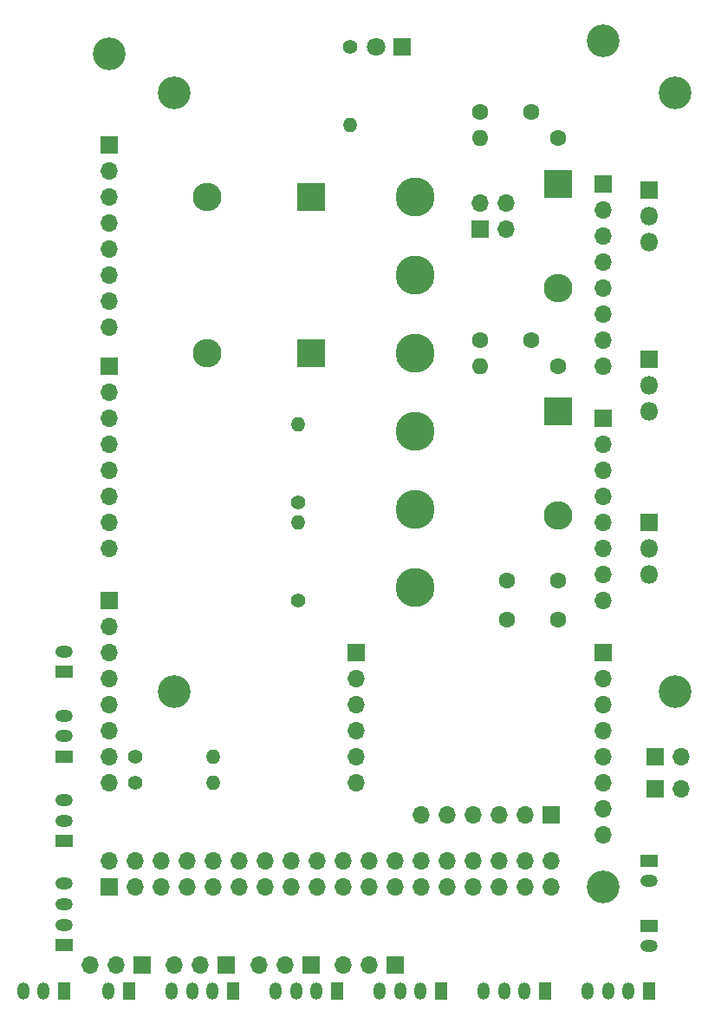
<source format=gbr>
G04 #@! TF.FileFunction,Soldermask,Top*
%FSLAX46Y46*%
G04 Gerber Fmt 4.6, Leading zero omitted, Abs format (unit mm)*
G04 Created by KiCad (PCBNEW 4.0.7) date 06/01/18 16:36:31*
%MOMM*%
%LPD*%
G01*
G04 APERTURE LIST*
%ADD10C,0.100000*%
%ADD11R,1.800000X1.800000*%
%ADD12C,1.800000*%
%ADD13R,1.700000X1.700000*%
%ADD14O,1.700000X1.700000*%
%ADD15R,1.200000X1.700000*%
%ADD16O,1.200000X1.700000*%
%ADD17R,1.700000X1.200000*%
%ADD18O,1.700000X1.200000*%
%ADD19C,1.400000*%
%ADD20O,1.400000X1.400000*%
%ADD21O,1.800000X1.800000*%
%ADD22C,1.600000*%
%ADD23C,3.200000*%
%ADD24R,2.800000X2.800000*%
%ADD25O,2.800000X2.800000*%
%ADD26C,3.810000*%
%ADD27O,1.600000X1.600000*%
G04 APERTURE END LIST*
D10*
D11*
X157480000Y-55245000D03*
D12*
X154940000Y-55245000D03*
D13*
X156845000Y-144780000D03*
D14*
X154305000Y-144780000D03*
X151765000Y-144780000D03*
D13*
X148590000Y-144780000D03*
D14*
X146050000Y-144780000D03*
X143510000Y-144780000D03*
D13*
X140335000Y-144780000D03*
D14*
X137795000Y-144780000D03*
X135255000Y-144780000D03*
D13*
X132080000Y-144780000D03*
D14*
X129540000Y-144780000D03*
X127000000Y-144780000D03*
D15*
X161290000Y-147320000D03*
D16*
X159290000Y-147320000D03*
X157290000Y-147320000D03*
X155290000Y-147320000D03*
D15*
X171450000Y-147320000D03*
D16*
X169450000Y-147320000D03*
X167450000Y-147320000D03*
X165450000Y-147320000D03*
D15*
X181610000Y-147320000D03*
D16*
X179610000Y-147320000D03*
X177610000Y-147320000D03*
X175610000Y-147320000D03*
D15*
X151130000Y-147320000D03*
D16*
X149130000Y-147320000D03*
X147130000Y-147320000D03*
X145130000Y-147320000D03*
D15*
X124460000Y-147320000D03*
D16*
X122460000Y-147320000D03*
X120460000Y-147320000D03*
D17*
X124460000Y-132715000D03*
D18*
X124460000Y-130715000D03*
X124460000Y-128715000D03*
D15*
X130810000Y-147320000D03*
D16*
X128810000Y-147320000D03*
D17*
X124460000Y-116205000D03*
D18*
X124460000Y-114205000D03*
D17*
X124460000Y-124460000D03*
D18*
X124460000Y-122460000D03*
X124460000Y-120460000D03*
D15*
X140970000Y-147320000D03*
D16*
X138970000Y-147320000D03*
X136970000Y-147320000D03*
X134970000Y-147320000D03*
D17*
X124460000Y-142875000D03*
D18*
X124460000Y-140875000D03*
X124460000Y-138875000D03*
X124460000Y-136875000D03*
D19*
X152400000Y-55245000D03*
D20*
X152400000Y-62865000D03*
D13*
X177165000Y-91440000D03*
D14*
X177165000Y-93980000D03*
X177165000Y-96520000D03*
X177165000Y-99060000D03*
X177165000Y-101600000D03*
X177165000Y-104140000D03*
X177165000Y-106680000D03*
X177165000Y-109220000D03*
D13*
X177165000Y-114300000D03*
D14*
X177165000Y-116840000D03*
X177165000Y-119380000D03*
X177165000Y-121920000D03*
X177165000Y-124460000D03*
X177165000Y-127000000D03*
X177165000Y-129540000D03*
X177165000Y-132080000D03*
D13*
X128905000Y-137160000D03*
D14*
X128905000Y-134620000D03*
X131445000Y-137160000D03*
X131445000Y-134620000D03*
X133985000Y-137160000D03*
X133985000Y-134620000D03*
X136525000Y-137160000D03*
X136525000Y-134620000D03*
X139065000Y-137160000D03*
X139065000Y-134620000D03*
X141605000Y-137160000D03*
X141605000Y-134620000D03*
X144145000Y-137160000D03*
X144145000Y-134620000D03*
X146685000Y-137160000D03*
X146685000Y-134620000D03*
X149225000Y-137160000D03*
X149225000Y-134620000D03*
X151765000Y-137160000D03*
X151765000Y-134620000D03*
X154305000Y-137160000D03*
X154305000Y-134620000D03*
X156845000Y-137160000D03*
X156845000Y-134620000D03*
X159385000Y-137160000D03*
X159385000Y-134620000D03*
X161925000Y-137160000D03*
X161925000Y-134620000D03*
X164465000Y-137160000D03*
X164465000Y-134620000D03*
X167005000Y-137160000D03*
X167005000Y-134620000D03*
X169545000Y-137160000D03*
X169545000Y-134620000D03*
X172085000Y-137160000D03*
X172085000Y-134620000D03*
D13*
X128905000Y-64770000D03*
D14*
X128905000Y-67310000D03*
X128905000Y-69850000D03*
X128905000Y-72390000D03*
X128905000Y-74930000D03*
X128905000Y-77470000D03*
X128905000Y-80010000D03*
X128905000Y-82550000D03*
D13*
X128905000Y-86360000D03*
D14*
X128905000Y-88900000D03*
X128905000Y-91440000D03*
X128905000Y-93980000D03*
X128905000Y-96520000D03*
X128905000Y-99060000D03*
X128905000Y-101600000D03*
X128905000Y-104140000D03*
D13*
X128905000Y-109220000D03*
D14*
X128905000Y-111760000D03*
X128905000Y-114300000D03*
X128905000Y-116840000D03*
X128905000Y-119380000D03*
X128905000Y-121920000D03*
X128905000Y-124460000D03*
X128905000Y-127000000D03*
D11*
X181610000Y-69215000D03*
D21*
X181610000Y-71755000D03*
X181610000Y-74295000D03*
D11*
X181610000Y-85725000D03*
D21*
X181610000Y-88265000D03*
X181610000Y-90805000D03*
D11*
X181610000Y-101600000D03*
D21*
X181610000Y-104140000D03*
X181610000Y-106680000D03*
D17*
X181610000Y-134620000D03*
D18*
X181610000Y-136620000D03*
D17*
X181610000Y-140970000D03*
D18*
X181610000Y-142970000D03*
D13*
X182245000Y-127635000D03*
D14*
X184785000Y-127635000D03*
D13*
X182245000Y-124460000D03*
D14*
X184785000Y-124460000D03*
D13*
X177165000Y-68580000D03*
D14*
X177165000Y-71120000D03*
X177165000Y-73660000D03*
X177165000Y-76200000D03*
X177165000Y-78740000D03*
X177165000Y-81280000D03*
X177165000Y-83820000D03*
X177165000Y-86360000D03*
D22*
X172720000Y-107315000D03*
X167720000Y-107315000D03*
X172720000Y-111125000D03*
X167720000Y-111125000D03*
X165100000Y-61595000D03*
X170100000Y-61595000D03*
X165100000Y-83820000D03*
X170100000Y-83820000D03*
D13*
X153035000Y-114300000D03*
D14*
X153035000Y-116840000D03*
X153035000Y-119380000D03*
X153035000Y-121920000D03*
X153035000Y-124460000D03*
X153035000Y-127000000D03*
D13*
X172085000Y-130175000D03*
D14*
X169545000Y-130175000D03*
X167005000Y-130175000D03*
X164465000Y-130175000D03*
X161925000Y-130175000D03*
X159385000Y-130175000D03*
D13*
X165100000Y-73025000D03*
D14*
X167640000Y-73025000D03*
X165100000Y-70485000D03*
X167640000Y-70485000D03*
D23*
X128905000Y-55880000D03*
X177165000Y-54610000D03*
X177165000Y-137160000D03*
X135255000Y-59690000D03*
X135255000Y-118110000D03*
X184150000Y-118110000D03*
D19*
X131445000Y-124460000D03*
D20*
X139065000Y-124460000D03*
D19*
X131445000Y-127000000D03*
D20*
X139065000Y-127000000D03*
D24*
X172720000Y-90805000D03*
D25*
X172720000Y-100965000D03*
D24*
X172720000Y-68580000D03*
D25*
X172720000Y-78740000D03*
D24*
X148590000Y-85090000D03*
D25*
X138430000Y-85090000D03*
D24*
X148590000Y-69850000D03*
D25*
X138430000Y-69850000D03*
D19*
X147320000Y-109220000D03*
D20*
X147320000Y-101600000D03*
D19*
X147320000Y-99695000D03*
D20*
X147320000Y-92075000D03*
D26*
X158750000Y-107950000D03*
X158750000Y-100330000D03*
X158750000Y-92710000D03*
X158750000Y-85090000D03*
X158750000Y-77470000D03*
X158750000Y-69850000D03*
D22*
X172720000Y-64135000D03*
D27*
X165100000Y-64135000D03*
D22*
X172720000Y-86360000D03*
D27*
X165100000Y-86360000D03*
D23*
X184150000Y-59690000D03*
M02*

</source>
